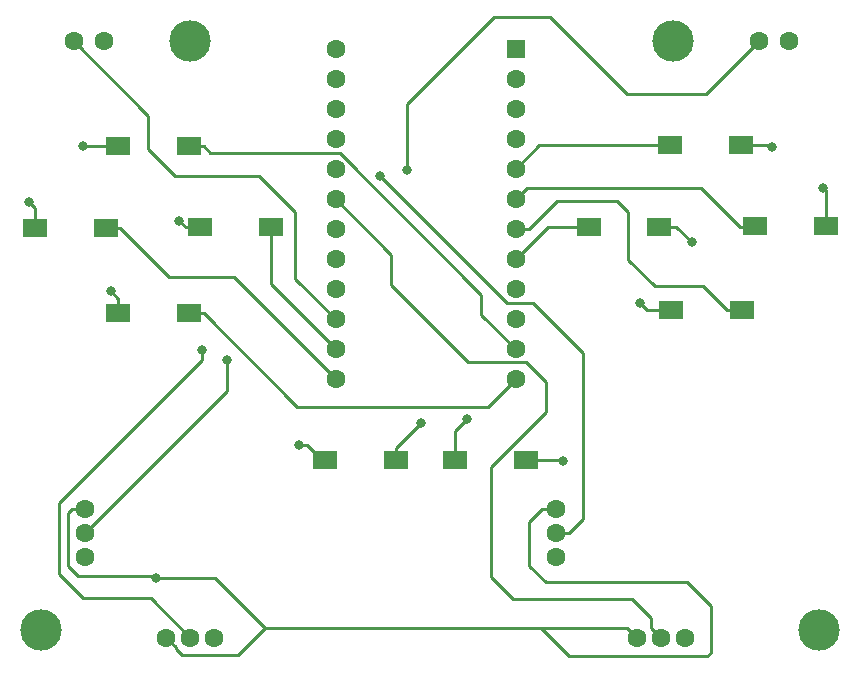
<source format=gbr>
G04 #@! TF.GenerationSoftware,KiCad,Pcbnew,5.0.2+dfsg1-1~bpo9+1*
G04 #@! TF.CreationDate,2019-05-16T11:20:28+01:00*
G04 #@! TF.ProjectId,arduino_controller_psp_stick,61726475-696e-46f5-9f63-6f6e74726f6c,rev?*
G04 #@! TF.SameCoordinates,Original*
G04 #@! TF.FileFunction,Copper,L1,Top*
G04 #@! TF.FilePolarity,Positive*
%FSLAX46Y46*%
G04 Gerber Fmt 4.6, Leading zero omitted, Abs format (unit mm)*
G04 Created by KiCad (PCBNEW 5.0.2+dfsg1-1~bpo9+1) date Thu 16 May 2019 11:20:28 BST*
%MOMM*%
%LPD*%
G01*
G04 APERTURE LIST*
G04 #@! TA.AperFunction,ComponentPad*
%ADD10C,1.600000*%
G04 #@! TD*
G04 #@! TA.AperFunction,ComponentPad*
%ADD11R,1.600000X1.600000*%
G04 #@! TD*
G04 #@! TA.AperFunction,SMDPad,CuDef*
%ADD12R,2.000000X1.500000*%
G04 #@! TD*
G04 #@! TA.AperFunction,ComponentPad*
%ADD13C,3.500000*%
G04 #@! TD*
G04 #@! TA.AperFunction,ViaPad*
%ADD14C,0.800000*%
G04 #@! TD*
G04 #@! TA.AperFunction,Conductor*
%ADD15C,0.250000*%
G04 #@! TD*
G04 APERTURE END LIST*
D10*
G04 #@! TO.P,U7,4*
G04 #@! TO.N,Net-(U1-Pad19)*
X166179500Y-118046500D03*
G04 #@! TO.P,U7,2*
G04 #@! TO.N,Net-(U1-Pad20)*
X157289500Y-109156500D03*
G04 #@! TO.P,U7,3*
G04 #@! TO.N,Net-(SW1-Pad2)*
X168211500Y-118046500D03*
G04 #@! TO.P,U7,1*
G04 #@! TO.N,Net-(U1-Pad21)*
X164147500Y-118046500D03*
X157289500Y-107124500D03*
G04 #@! TO.P,U7,3*
G04 #@! TO.N,Net-(SW1-Pad2)*
X157289500Y-111188500D03*
G04 #@! TD*
D11*
G04 #@! TO.P,U1,1*
G04 #@! TO.N,Net-(U1-Pad1)*
X153898500Y-68181500D03*
D10*
G04 #@! TO.P,U1,2*
G04 #@! TO.N,Net-(U1-Pad2)*
X153898500Y-70721500D03*
G04 #@! TO.P,U1,3*
G04 #@! TO.N,Net-(U1-Pad3)*
X153898500Y-73261500D03*
G04 #@! TO.P,U1,4*
G04 #@! TO.N,Net-(U1-Pad4)*
X153898500Y-75801500D03*
G04 #@! TO.P,U1,5*
G04 #@! TO.N,Net-(SW2-Pad1)*
X153898500Y-78341500D03*
G04 #@! TO.P,U1,6*
G04 #@! TO.N,Net-(SW9-Pad1)*
X153898500Y-80881500D03*
G04 #@! TO.P,U1,7*
G04 #@! TO.N,Net-(SW3-Pad1)*
X153898500Y-83421500D03*
G04 #@! TO.P,U1,8*
G04 #@! TO.N,Net-(SW1-Pad1)*
X153898500Y-85961500D03*
G04 #@! TO.P,U1,9*
G04 #@! TO.N,Net-(SW4-Pad1)*
X153898500Y-88501500D03*
G04 #@! TO.P,U1,10*
G04 #@! TO.N,Net-(SW5-Pad1)*
X153898500Y-91041500D03*
G04 #@! TO.P,U1,11*
G04 #@! TO.N,Net-(SW6-Pad1)*
X153898500Y-93581500D03*
G04 #@! TO.P,U1,12*
G04 #@! TO.N,Net-(SW7-Pad1)*
X153898500Y-96121500D03*
G04 #@! TO.P,U1,13*
G04 #@! TO.N,Net-(SW10-Pad1)*
X138658500Y-96121500D03*
G04 #@! TO.P,U1,14*
G04 #@! TO.N,Net-(SW8-Pad1)*
X138658500Y-93581500D03*
G04 #@! TO.P,U1,15*
G04 #@! TO.N,Net-(SW11-Pad1)*
X138658500Y-91041500D03*
G04 #@! TO.P,U1,16*
G04 #@! TO.N,Net-(SW12-Pad1)*
X138658500Y-88501500D03*
G04 #@! TO.P,U1,17*
G04 #@! TO.N,Net-(U1-Pad17)*
X138658500Y-85961500D03*
G04 #@! TO.P,U1,18*
G04 #@! TO.N,Net-(U1-Pad18)*
X138658500Y-83421500D03*
G04 #@! TO.P,U1,19*
G04 #@! TO.N,Net-(U1-Pad19)*
X138658500Y-80881500D03*
G04 #@! TO.P,U1,20*
G04 #@! TO.N,Net-(U1-Pad20)*
X138658500Y-78341500D03*
G04 #@! TO.P,U1,21*
G04 #@! TO.N,Net-(U1-Pad21)*
X138658500Y-75801500D03*
G04 #@! TO.P,U1,22*
G04 #@! TO.N,Net-(U1-Pad22)*
X138658500Y-73261500D03*
G04 #@! TO.P,U1,23*
G04 #@! TO.N,Net-(SW1-Pad2)*
X138658500Y-70721500D03*
G04 #@! TO.P,U1,24*
G04 #@! TO.N,Net-(U1-Pad24)*
X138658500Y-68181500D03*
G04 #@! TD*
D12*
G04 #@! TO.P,SW9,1*
G04 #@! TO.N,Net-(SW9-Pad1)*
X174180500Y-83185000D03*
G04 #@! TO.P,SW9,2*
G04 #@! TO.N,Net-(SW1-Pad2)*
X180149500Y-83185000D03*
G04 #@! TD*
G04 #@! TO.P,SW1,2*
G04 #@! TO.N,Net-(SW1-Pad2)*
X166052500Y-83248500D03*
G04 #@! TO.P,SW1,1*
G04 #@! TO.N,Net-(SW1-Pad1)*
X160083500Y-83248500D03*
G04 #@! TD*
G04 #@! TO.P,SW2,1*
G04 #@! TO.N,Net-(SW2-Pad1)*
X167005000Y-76327000D03*
G04 #@! TO.P,SW2,2*
G04 #@! TO.N,Net-(SW1-Pad2)*
X172974000Y-76327000D03*
G04 #@! TD*
G04 #@! TO.P,SW3,1*
G04 #@! TO.N,Net-(SW3-Pad1)*
X173037500Y-90297000D03*
G04 #@! TO.P,SW3,2*
G04 #@! TO.N,Net-(SW1-Pad2)*
X167068500Y-90297000D03*
G04 #@! TD*
G04 #@! TO.P,SW4,1*
G04 #@! TO.N,Net-(SW4-Pad1)*
X143764000Y-102997000D03*
G04 #@! TO.P,SW4,2*
G04 #@! TO.N,Net-(SW1-Pad2)*
X137795000Y-102997000D03*
G04 #@! TD*
G04 #@! TO.P,SW5,2*
G04 #@! TO.N,Net-(SW1-Pad2)*
X154749500Y-102997000D03*
G04 #@! TO.P,SW5,1*
G04 #@! TO.N,Net-(SW5-Pad1)*
X148780500Y-102997000D03*
G04 #@! TD*
G04 #@! TO.P,SW6,1*
G04 #@! TO.N,Net-(SW6-Pad1)*
X126238000Y-76454000D03*
G04 #@! TO.P,SW6,2*
G04 #@! TO.N,Net-(SW1-Pad2)*
X120269000Y-76454000D03*
G04 #@! TD*
G04 #@! TO.P,SW7,2*
G04 #@! TO.N,Net-(SW1-Pad2)*
X120269000Y-90551000D03*
G04 #@! TO.P,SW7,1*
G04 #@! TO.N,Net-(SW7-Pad1)*
X126238000Y-90551000D03*
G04 #@! TD*
G04 #@! TO.P,SW8,1*
G04 #@! TO.N,Net-(SW8-Pad1)*
X133159500Y-83312000D03*
G04 #@! TO.P,SW8,2*
G04 #@! TO.N,Net-(SW1-Pad2)*
X127190500Y-83312000D03*
G04 #@! TD*
G04 #@! TO.P,SW10,2*
G04 #@! TO.N,Net-(SW1-Pad2)*
X113220500Y-83375500D03*
G04 #@! TO.P,SW10,1*
G04 #@! TO.N,Net-(SW10-Pad1)*
X119189500Y-83375500D03*
G04 #@! TD*
D10*
G04 #@! TO.P,U6,3*
G04 #@! TO.N,Net-(SW1-Pad2)*
X117475000Y-111188500D03*
G04 #@! TO.P,U6,1*
G04 #@! TO.N,Net-(U1-Pad21)*
X117475000Y-107124500D03*
X124333000Y-118046500D03*
G04 #@! TO.P,U6,3*
G04 #@! TO.N,Net-(SW1-Pad2)*
X128397000Y-118046500D03*
G04 #@! TO.P,U6,2*
G04 #@! TO.N,Net-(U1-Pad17)*
X117475000Y-109156500D03*
G04 #@! TO.P,U6,4*
G04 #@! TO.N,Net-(U1-Pad18)*
X126365000Y-118046500D03*
G04 #@! TD*
D13*
G04 #@! TO.P,U3,1*
G04 #@! TO.N,Net-(U3-Pad1)*
X113728500Y-117411500D03*
G04 #@! TD*
G04 #@! TO.P,U5,1*
G04 #@! TO.N,Net-(U5-Pad1)*
X179578000Y-117411500D03*
G04 #@! TD*
G04 #@! TO.P,U4,1*
G04 #@! TO.N,Net-(U4-Pad1)*
X167195500Y-67500500D03*
G04 #@! TD*
G04 #@! TO.P,U2,1*
G04 #@! TO.N,Net-(U2-Pad1)*
X126365000Y-67500500D03*
G04 #@! TD*
D10*
G04 #@! TO.P,SW11,1*
G04 #@! TO.N,Net-(SW11-Pad1)*
X116522500Y-67564000D03*
G04 #@! TO.P,SW11,2*
G04 #@! TO.N,Net-(SW1-Pad2)*
X119062500Y-67564000D03*
G04 #@! TD*
G04 #@! TO.P,SW12,2*
G04 #@! TO.N,Net-(SW1-Pad2)*
X177038000Y-67564000D03*
G04 #@! TO.P,SW12,1*
G04 #@! TO.N,Net-(SW12-Pad1)*
X174498000Y-67564000D03*
G04 #@! TD*
D14*
G04 #@! TO.N,Net-(U1-Pad17)*
X129476500Y-94551500D03*
G04 #@! TO.N,Net-(U1-Pad18)*
X127381000Y-93726000D03*
G04 #@! TO.N,Net-(U1-Pad20)*
X142430500Y-78930500D03*
G04 #@! TO.N,Net-(SW1-Pad2)*
X117284500Y-76454000D03*
X112712500Y-81153000D03*
X119634000Y-88709500D03*
X125412500Y-82740500D03*
X135572500Y-101727000D03*
X157924500Y-103124000D03*
X164465000Y-89725500D03*
X168846500Y-84582000D03*
X175641000Y-76517500D03*
X179959000Y-79946500D03*
G04 #@! TO.N,Net-(SW4-Pad1)*
X145923000Y-99885500D03*
G04 #@! TO.N,Net-(SW5-Pad1)*
X149796500Y-99568000D03*
G04 #@! TO.N,Net-(SW12-Pad1)*
X144716500Y-78486000D03*
G04 #@! TO.N,Net-(U1-Pad21)*
X123444000Y-113030000D03*
G04 #@! TD*
D15*
G04 #@! TO.N,Net-(U1-Pad17)*
X129476500Y-97155000D02*
X129476500Y-94551500D01*
X117475000Y-109156500D02*
X129476500Y-97155000D01*
G04 #@! TO.N,Net-(U1-Pad18)*
X122999500Y-114681000D02*
X117284500Y-114681000D01*
X126365000Y-118046500D02*
X122999500Y-114681000D01*
X117284500Y-114681000D02*
X115252500Y-112649000D01*
X115252500Y-112649000D02*
X115252500Y-106680000D01*
X127381000Y-94551500D02*
X127381000Y-93726000D01*
X115252500Y-106680000D02*
X127381000Y-94551500D01*
G04 #@! TO.N,Net-(U1-Pad19)*
X165379501Y-117246501D02*
X165379501Y-116357501D01*
X166179500Y-118046500D02*
X165379501Y-117246501D01*
X165379501Y-116357501D02*
X163766500Y-114744500D01*
X163766500Y-114744500D02*
X153670000Y-114744500D01*
X153670000Y-114744500D02*
X151828500Y-112903000D01*
X151828500Y-103582998D02*
X156478498Y-98933000D01*
X151828500Y-112903000D02*
X151828500Y-103582998D01*
X156478498Y-98933000D02*
X156478498Y-96407498D01*
X154777501Y-94706501D02*
X149888001Y-94706501D01*
X156478498Y-96407498D02*
X154777501Y-94706501D01*
X149888001Y-94706501D02*
X143383000Y-88201500D01*
X143383000Y-85606000D02*
X138658500Y-80881500D01*
X143383000Y-88201500D02*
X143383000Y-85606000D01*
G04 #@! TO.N,Net-(U1-Pad20)*
X158420870Y-109156500D02*
X159575500Y-108001870D01*
X157289500Y-109156500D02*
X158420870Y-109156500D01*
X159575500Y-108001870D02*
X159575500Y-93916500D01*
X159575500Y-93916500D02*
X155384500Y-89725500D01*
X155384500Y-89725500D02*
X153162000Y-89725500D01*
X142430500Y-78994000D02*
X142430500Y-78930500D01*
X153162000Y-89725500D02*
X142430500Y-78994000D01*
G04 #@! TO.N,Net-(SW1-Pad1)*
X156611500Y-83248500D02*
X153898500Y-85961500D01*
X160083500Y-83248500D02*
X156611500Y-83248500D01*
G04 #@! TO.N,Net-(SW1-Pad2)*
X120269000Y-76454000D02*
X117284500Y-76454000D01*
X113220500Y-81661000D02*
X112712500Y-81153000D01*
X113220500Y-83375500D02*
X113220500Y-81661000D01*
X120269000Y-89344500D02*
X119634000Y-88709500D01*
X120269000Y-90551000D02*
X120269000Y-89344500D01*
X125984000Y-83312000D02*
X125412500Y-82740500D01*
X127190500Y-83312000D02*
X125984000Y-83312000D01*
X136275000Y-101727000D02*
X135572500Y-101727000D01*
X137545000Y-102997000D02*
X136275000Y-101727000D01*
X137795000Y-102997000D02*
X137545000Y-102997000D01*
X157797500Y-102997000D02*
X157924500Y-103124000D01*
X154749500Y-102997000D02*
X157797500Y-102997000D01*
X165036500Y-90297000D02*
X164465000Y-89725500D01*
X167068500Y-90297000D02*
X165036500Y-90297000D01*
X167513000Y-83248500D02*
X168846500Y-84582000D01*
X166052500Y-83248500D02*
X167513000Y-83248500D01*
X175450500Y-76327000D02*
X175641000Y-76517500D01*
X172974000Y-76327000D02*
X175450500Y-76327000D01*
X180149500Y-80137000D02*
X179959000Y-79946500D01*
X180149500Y-83185000D02*
X180149500Y-80137000D01*
G04 #@! TO.N,Net-(SW2-Pad1)*
X155913000Y-76327000D02*
X153898500Y-78341500D01*
X167005000Y-76327000D02*
X155913000Y-76327000D01*
G04 #@! TO.N,Net-(SW9-Pad1)*
X172930500Y-83248500D02*
X169628500Y-79946500D01*
X174180500Y-83248500D02*
X172930500Y-83248500D01*
X154833500Y-79946500D02*
X153898500Y-80881500D01*
X169628500Y-79946500D02*
X154833500Y-79946500D01*
G04 #@! TO.N,Net-(SW3-Pad1)*
X171787500Y-90297000D02*
X173037500Y-90297000D01*
X165671500Y-88265000D02*
X169755500Y-88265000D01*
X163449000Y-86042500D02*
X165671500Y-88265000D01*
X163449000Y-82042000D02*
X163449000Y-86042500D01*
X155029870Y-83421500D02*
X157361870Y-81089500D01*
X157361870Y-81089500D02*
X162496500Y-81089500D01*
X169755500Y-88265000D02*
X171787500Y-90297000D01*
X153898500Y-83421500D02*
X155029870Y-83421500D01*
X162496500Y-81089500D02*
X163449000Y-82042000D01*
G04 #@! TO.N,Net-(SW4-Pad1)*
X145875500Y-99885500D02*
X145923000Y-99885500D01*
X143764000Y-101997000D02*
X145875500Y-99885500D01*
X143764000Y-102997000D02*
X143764000Y-101997000D01*
G04 #@! TO.N,Net-(SW5-Pad1)*
X148780500Y-100584000D02*
X149796500Y-99568000D01*
X148780500Y-102997000D02*
X148780500Y-100584000D01*
G04 #@! TO.N,Net-(SW6-Pad1)*
X127488000Y-76454000D02*
X128059500Y-77025500D01*
X126238000Y-76454000D02*
X127488000Y-76454000D01*
X139007502Y-77025500D02*
X151003000Y-89020998D01*
X128059500Y-77025500D02*
X139007502Y-77025500D01*
X151003000Y-90686000D02*
X153898500Y-93581500D01*
X151003000Y-89020998D02*
X151003000Y-90686000D01*
G04 #@! TO.N,Net-(SW7-Pad1)*
X127488000Y-90551000D02*
X135425500Y-98488500D01*
X126238000Y-90551000D02*
X127488000Y-90551000D01*
X151531500Y-98488500D02*
X153898500Y-96121500D01*
X135425500Y-98488500D02*
X151531500Y-98488500D01*
G04 #@! TO.N,Net-(SW10-Pad1)*
X120439500Y-83375500D02*
X124567000Y-87503000D01*
X119189500Y-83375500D02*
X120439500Y-83375500D01*
X130040000Y-87503000D02*
X138658500Y-96121500D01*
X124567000Y-87503000D02*
X130040000Y-87503000D01*
G04 #@! TO.N,Net-(SW8-Pad1)*
X133159500Y-88082500D02*
X138658500Y-93581500D01*
X133159500Y-83312000D02*
X133159500Y-88082500D01*
G04 #@! TO.N,Net-(SW11-Pad1)*
X138658500Y-91041500D02*
X135255000Y-87638000D01*
X135255000Y-87638000D02*
X135255000Y-81978500D01*
X135255000Y-81978500D02*
X132207000Y-78930500D01*
X132207000Y-78930500D02*
X125031500Y-78930500D01*
X125031500Y-78930500D02*
X122809000Y-76708000D01*
X122809000Y-73850500D02*
X116522500Y-67564000D01*
X122809000Y-76708000D02*
X122809000Y-73850500D01*
G04 #@! TO.N,Net-(SW12-Pad1)*
X174498000Y-67564000D02*
X170053000Y-72009000D01*
X170053000Y-72009000D02*
X163322000Y-72009000D01*
X163322000Y-72009000D02*
X156845000Y-65532000D01*
X156845000Y-65532000D02*
X152082500Y-65532000D01*
X144716500Y-72898000D02*
X144716500Y-78486000D01*
X152082500Y-65532000D02*
X144716500Y-72898000D01*
G04 #@! TO.N,Net-(U1-Pad21)*
X116343630Y-107124500D02*
X116014500Y-107453630D01*
X117475000Y-107124500D02*
X116343630Y-107124500D01*
X116014500Y-107453630D02*
X116014500Y-112014000D01*
X116014500Y-112014000D02*
X116840000Y-112839500D01*
X123253500Y-112839500D02*
X123444000Y-113030000D01*
X116840000Y-112839500D02*
X123253500Y-112839500D01*
X128460500Y-113030000D02*
X123444000Y-113030000D01*
X131572000Y-116141500D02*
X128460500Y-113030000D01*
X132677001Y-117246501D02*
X131572000Y-116141500D01*
X164147500Y-118046500D02*
X163347501Y-117246501D01*
X125132999Y-118846499D02*
X125132999Y-118973499D01*
X124333000Y-118046500D02*
X125132999Y-118846499D01*
X125132999Y-118973499D02*
X125666500Y-119507000D01*
X130416502Y-119507000D02*
X132677001Y-117246501D01*
X125666500Y-119507000D02*
X130416502Y-119507000D01*
X156158130Y-107124500D02*
X155067000Y-108215630D01*
X157289500Y-107124500D02*
X156158130Y-107124500D01*
X155067000Y-108215630D02*
X155067000Y-111950500D01*
X155067000Y-111950500D02*
X156464000Y-113347500D01*
X156464000Y-113347500D02*
X168402000Y-113347500D01*
X168402000Y-113347500D02*
X170434000Y-115379500D01*
X170434000Y-115379500D02*
X170434000Y-119316500D01*
X170434000Y-119316500D02*
X170116500Y-119634000D01*
X156019500Y-117246501D02*
X132677001Y-117246501D01*
X158406999Y-119634000D02*
X156019500Y-117246501D01*
X170116500Y-119634000D02*
X158406999Y-119634000D01*
X163347501Y-117246501D02*
X156019500Y-117246501D01*
G04 #@! TD*
M02*

</source>
